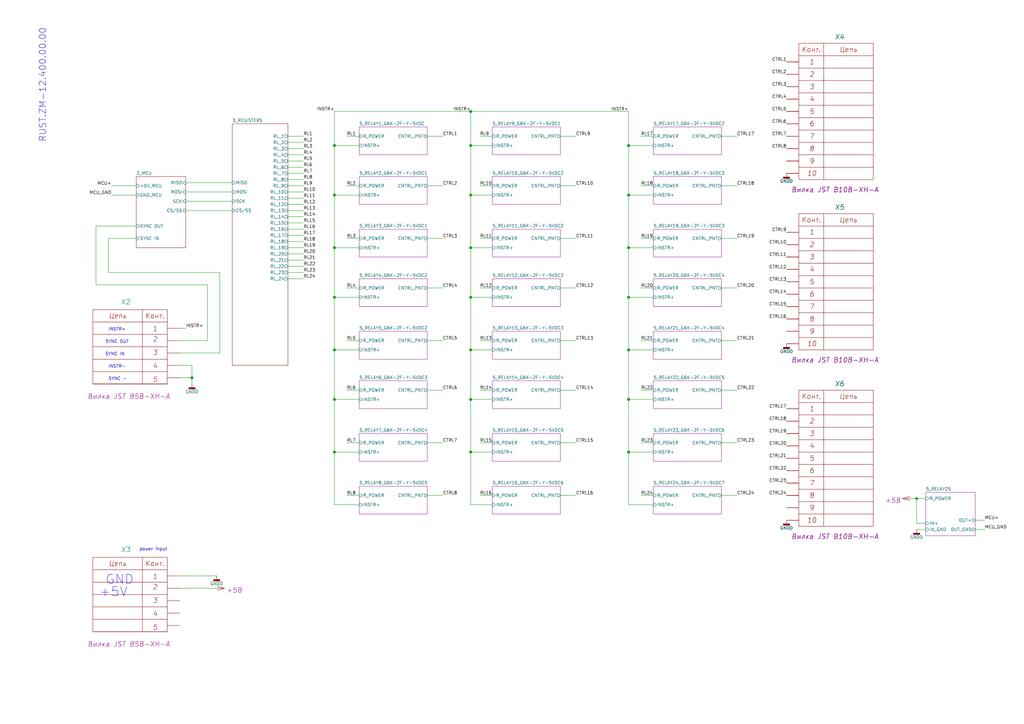
<source format=kicad_sch>
(kicad_sch (version 20210621) (generator eeschema)
  (paper "A3")
  (title_block (title "Seebeck measurement system (longitudinally") (rev "rev") (company "Rustec") (comment 1 "RUST.ZM-12.402.01.00") (comment 2 "mikhailov") (comment 3 "sitnicov") (comment 4 "4") (comment 5 "5") (comment 6 "6") (comment 7 "7") (comment 8 "8") (comment 9 "9"))
  (lib_symbols
    (symbol "[LTM][Power]:+5V" (power) (pin_numbers hide) (pin_names (offset 0) hide)
      (property "ValueName" "+5В" (at 0 5.08 0))
      (symbol "+5V_0_1"
        (polyline (pts (xy 0 3.175) (xy -0.8128 0.1778)))
        (polyline (pts (xy 0 3.175) (xy 0 0)))
        (polyline (pts (xy 0.8128 0.1778) (xy 0 3.175)))
      )
      (symbol "+5V_1_1"
        (pin power_in line (at 0 0 90) (length 0) hide (name "+5V") (number "1"))
      )
    )
    (symbol "my_Library:B10B-XH-A_right" (pin_numbers hide) (pin_names (offset 0) hide)
      (property "Reference" "X3" (at 19.6851 10.2517 0))
      (property "ValueName" "Вилка JST B10B-XH-A" (at 1.9051 -52.4053 0))
      (symbol "B10B-XH-A_right_0_0"
        (rectangle (start 5.08 7.62) (end 35.56 -48.26))
        (polyline (pts (xy 15.24 7.62) (xy 15.24 -48.26)))
        (polyline (pts (xy 35.56 -43.18) (xy 5.08 -43.18)))
        (polyline (pts (xy 35.56 -38.1) (xy 5.08 -38.1)))
        (polyline (pts (xy 35.56 -33.02) (xy 5.08 -33.02)))
        (polyline (pts (xy 35.56 -27.94) (xy 5.08 -27.94)))
        (polyline (pts (xy 35.56 -22.86) (xy 5.08 -22.86)))
        (polyline (pts (xy 35.56 -17.78) (xy 5.08 -17.78)))
        (polyline (pts (xy 35.56 -12.7) (xy 5.08 -12.7)))
        (polyline (pts (xy 35.56 -7.62) (xy 5.08 -7.62)))
        (polyline (pts (xy 35.56 -2.54) (xy 5.08 -2.54)))
        (polyline (pts (xy 35.56 2.54) (xy 5.08 2.54)))
      )
      (symbol "B10B-XH-A_right_1_1"
        (text "1" (at 10.414 0 0) (effects (font (size 2.0066 2.0066) italic)))
        (text "10" (at 10.414 -45.72 0) (effects (font (size 2.0066 2.0066) italic)))
        (text "2" (at 10.414 -5.08 0) (effects (font (size 2.0066 2.0066) italic)))
        (text "3" (at 10.414 -10.16 0) (effects (font (size 2.0066 2.0066) italic)))
        (text "4" (at 10.414 -15.24 0) (effects (font (size 2.0066 2.0066) italic)))
        (text "5" (at 10.414 -20.32 0) (effects (font (size 2.0066 2.0066) italic)))
        (text "6" (at 10.414 -25.4 0) (effects (font (size 2.0066 2.0066) italic)))
        (text "7" (at 10.414 -30.48 0) (effects (font (size 2.0066 2.0066) italic)))
        (text "8" (at 10.414 -35.56 0) (effects (font (size 2.0066 2.0066) italic)))
        (text "9" (at 10.414 -40.64 0) (effects (font (size 2.0066 2.0066) italic)))
        (text "Конт." (at 10.16 5.08 0) (effects (font (size 2.0066 2.0066) italic)))
        (text "Цепь" (at 25.4 5.08 0) (effects (font (size 2.0066 2.0066) italic)))
        (pin passive line (at 0 0 0) (length 5.08) (name "1") (number "1"))
        (pin passive line (at 0 -45.72 0) (length 5.08) (name "10") (number "10"))
        (pin passive line (at 0 -5.08 0) (length 5.08) (name "2") (number "2"))
        (pin passive line (at 0 -10.16 0) (length 5.08) (name "3") (number "3"))
        (pin passive line (at 0 -15.24 0) (length 5.08) (name "4") (number "4"))
        (pin passive line (at 0 -20.32 0) (length 5.08) (name "5") (number "5"))
        (pin passive line (at 0 -25.4 0) (length 5.08) (name "6") (number "6"))
        (pin passive line (at 0 -30.48 0) (length 5.08) (name "7") (number "7"))
        (pin passive line (at 0 -35.56 0) (length 5.08) (name "8") (number "8"))
        (pin passive line (at 0 -40.64 0) (length 5.08) (name "9") (number "9"))
      )
    )
    (symbol "my_Library:B5B-XH-A_Left" (pin_numbers hide) (pin_names (offset 0) hide)
      (property "Reference" "X" (at -22.225 10.795 0))
      (property "ValueName" "Вилка JST B5B-XH-A" (at -20.955 -27.94 0))
      (property "PIN1" "1" (at -10.16 -0.227 0))
      (property "PIN2" "2" (at -10.16 -4.464 0))
      (property "PIN3" "3" (at -10.16 -9.971 0))
      (property "PIN4" "4" (at -10.16 -15.478 0))
      (property "PIN5" "5" (at -10.16 -20.985 0))
      (symbol "B5B-XH-A_Left_0_0"
        (rectangle (start -5.08 7.62) (end -35.56 -22.86))
        (polyline (pts (xy -35.56 -22.86) (xy -5.08 -22.86)))
        (polyline (pts (xy -35.56 -17.78) (xy -5.08 -17.78)))
        (polyline (pts (xy -35.56 -12.7) (xy -5.08 -12.7)))
        (polyline (pts (xy -35.56 -7.62) (xy -5.08 -7.62)))
        (polyline (pts (xy -35.56 -2.54) (xy -5.08 -2.54)))
        (polyline (pts (xy -35.56 2.54) (xy -5.08 2.54)))
        (polyline (pts (xy -15.24 7.62) (xy -15.24 -22.86)))
      )
      (symbol "B5B-XH-A_Left_1_1"
        (text "Конт." (at -10.16 5.08 0) (effects (font (size 2.0066 2.0066) italic)))
        (text "Цепь" (at -25.4 5.08 0) (effects (font (size 2.0066 2.0066) italic)))
        (pin passive line (at 0 0 180) (length 5.08) (name "1") (number "1"))
        (pin passive line (at 0 -5.08 180) (length 5.08) (name "2") (number "2"))
        (pin passive line (at 0 -10.16 180) (length 5.08) (name "3") (number "3"))
        (pin passive line (at 0 -15.24 180) (length 5.08) (name "4") (number "4"))
        (pin passive line (at 0 -20.32 180) (length 5.08) (name "5") (number "5"))
      )
    )
    (symbol "my_Library:board_symbol_190x310"
      (property "Reference" "PCB" (at 12.7 -1.905 0))
      (property "Value" "board_symbol_190x310" (at 13.335 -8.255 0))
      (symbol "board_symbol_190x310_0_1"
        (rectangle (start 0 0) (end 25.4 -10.16) (stroke (width 0.1524)))
      )
    )
    (symbol "my_Library:bread_16pins"
      (property "Reference" "BB" (at 10.16 3.81 0))
      (property "Value" "bread_16pins" (at 11.43 -40.64 0))
      (symbol "bread_16pins_1_0"
        (pin tri_state line (at 0 0 0) (length 2.54) (name "") (number "1"))
        (pin input line (at 20.32 -30.48 180) (length 2.54) (name "") (number "10"))
        (pin input line (at 20.32 -25.4 180) (length 2.54) (name "") (number "11"))
        (pin input line (at 20.32 -20.32 180) (length 2.54) (name "") (number "12"))
        (pin input line (at 20.32 -15.24 180) (length 2.54) (name "") (number "13"))
        (pin input line (at 20.32 -10.16 180) (length 2.54) (name "") (number "14"))
        (pin tri_state line (at 20.32 -5.08 180) (length 2.54) (name "") (number "15"))
        (pin power_in line (at 20.32 0 180) (length 2.54) (name "") (number "16"))
        (pin tri_state line (at 0 -5.08 0) (length 2.54) (name "") (number "2"))
        (pin tri_state line (at 0 -10.16 0) (length 2.54) (name "") (number "3"))
        (pin tri_state line (at 0 -15.24 0) (length 2.54) (name "") (number "4"))
        (pin tri_state line (at 0 -20.32 0) (length 2.54) (name "") (number "5"))
        (pin tri_state line (at 0 -25.4 0) (length 2.54) (name "") (number "6"))
        (pin tri_state line (at 0 -30.48 0) (length 2.54) (name "") (number "7"))
        (pin power_in line (at 0 -35.56 0) (length 2.54) (name "") (number "8"))
        (pin output line (at 20.32 -35.56 180) (length 2.54) (name "") (number "9"))
      )
      (symbol "bread_16pins_1_1"
        (rectangle (start 2.54 2.54) (end 17.78 -39.37) (stroke (width 0.254)) (fill (type background)))
      )
    )
    (symbol "power:GNDD" (power) (pin_names (offset 0))
      (property "Value" "GNDD" (at 0 -3.175 0))
      (symbol "GNDD_0_1"
        (rectangle (start -1.27 -1.524) (end 1.27 -2.032) (stroke (width 0.254)) (fill (type outline)))
        (polyline (pts (xy 0 0) (xy 0 -1.524)))
      )
      (symbol "GNDD_1_1"
        (pin power_in line (at 0 0 270) (length 0) hide (name "GNDD") (number "1"))
      )
    )
  )
  (junction (at 78.74 154.94) (diameter 1.016))
  (junction (at 137.16 59.69) (diameter 1.016))
  (junction (at 137.16 80.01) (diameter 1.016))
  (junction (at 137.16 101.6) (diameter 1.016))
  (junction (at 137.16 121.92) (diameter 1.016))
  (junction (at 137.16 143.51) (diameter 1.016))
  (junction (at 137.16 163.83) (diameter 1.016))
  (junction (at 137.16 185.42) (diameter 1.016))
  (junction (at 193.04 45.72) (diameter 1.016))
  (junction (at 193.04 59.69) (diameter 1.016))
  (junction (at 193.04 80.01) (diameter 1.016))
  (junction (at 193.04 101.6) (diameter 1.016))
  (junction (at 193.04 121.92) (diameter 1.016))
  (junction (at 193.04 143.51) (diameter 1.016))
  (junction (at 193.04 163.83) (diameter 1.016))
  (junction (at 193.04 185.42) (diameter 1.016))
  (junction (at 257.81 59.69) (diameter 1.016))
  (junction (at 257.81 80.01) (diameter 1.016))
  (junction (at 257.81 101.6) (diameter 1.016))
  (junction (at 257.81 121.92) (diameter 1.016))
  (junction (at 257.81 143.51) (diameter 1.016))
  (junction (at 257.81 163.83) (diameter 1.016))
  (junction (at 257.81 185.42) (diameter 1.016))
  (junction (at 375.92 204.47))
  (wire (pts (xy 39.37 92.71) (xy 55.88 92.71)))
  (wire (pts (xy 39.37 116.84) (xy 39.37 92.71)))
  (wire (pts (xy 44.45 97.79) (xy 44.45 111.76)))
  (wire (pts (xy 44.45 111.76) (xy 90.17 111.76)))
  (wire (pts (xy 45.72 76.2) (xy 55.88 76.2)))
  (wire (pts (xy 45.72 80.01) (xy 55.88 80.01)))
  (wire (pts (xy 55.88 97.79) (xy 44.45 97.79)))
  (wire (pts (xy 73.66 134.62) (xy 76.2 134.62)))
  (wire (pts (xy 73.66 139.7) (xy 85.09 139.7)))
  (wire (pts (xy 73.66 149.86) (xy 78.74 149.86)))
  (wire (pts (xy 73.66 154.94) (xy 78.74 154.94)))
  (wire (pts (xy 73.66 236.22) (xy 88.9 236.22)))
  (wire (pts (xy 73.66 241.3) (xy 88.9 241.3)))
  (wire (pts (xy 76.2 74.93) (xy 95.25 74.93)))
  (wire (pts (xy 76.2 78.74) (xy 95.25 78.74)))
  (wire (pts (xy 76.2 82.55) (xy 95.25 82.55)))
  (wire (pts (xy 76.2 86.36) (xy 95.25 86.36)))
  (wire (pts (xy 78.74 154.94) (xy 78.74 149.86)))
  (wire (pts (xy 78.74 157.48) (xy 78.74 154.94)))
  (wire (pts (xy 85.09 116.84) (xy 39.37 116.84)))
  (wire (pts (xy 85.09 139.7) (xy 85.09 116.84)))
  (wire (pts (xy 90.17 111.76) (xy 90.17 144.78)))
  (wire (pts (xy 90.17 144.78) (xy 73.66 144.78)))
  (wire (pts (xy 118.11 55.88) (xy 124.46 55.88)))
  (wire (pts (xy 118.11 58.42) (xy 124.46 58.42)))
  (wire (pts (xy 118.11 60.96) (xy 124.46 60.96)))
  (wire (pts (xy 118.11 63.5) (xy 124.46 63.5)))
  (wire (pts (xy 118.11 66.04) (xy 124.46 66.04)))
  (wire (pts (xy 118.11 68.58) (xy 124.46 68.58)))
  (wire (pts (xy 118.11 71.12) (xy 124.46 71.12)))
  (wire (pts (xy 118.11 73.66) (xy 124.46 73.66)))
  (wire (pts (xy 118.11 76.2) (xy 124.46 76.2)))
  (wire (pts (xy 118.11 78.74) (xy 124.46 78.74)))
  (wire (pts (xy 118.11 81.28) (xy 124.46 81.28)))
  (wire (pts (xy 118.11 83.82) (xy 124.46 83.82)))
  (wire (pts (xy 118.11 86.36) (xy 124.46 86.36)))
  (wire (pts (xy 118.11 88.9) (xy 124.46 88.9)))
  (wire (pts (xy 118.11 91.44) (xy 124.46 91.44)))
  (wire (pts (xy 118.11 93.98) (xy 124.46 93.98)))
  (wire (pts (xy 118.11 96.52) (xy 124.46 96.52)))
  (wire (pts (xy 118.11 99.06) (xy 124.46 99.06)))
  (wire (pts (xy 118.11 101.6) (xy 124.46 101.6)))
  (wire (pts (xy 118.11 104.14) (xy 124.46 104.14)))
  (wire (pts (xy 118.11 106.68) (xy 124.46 106.68)))
  (wire (pts (xy 118.11 109.22) (xy 124.46 109.22)))
  (wire (pts (xy 118.11 111.76) (xy 124.46 111.76)))
  (wire (pts (xy 118.11 114.3) (xy 124.46 114.3)))
  (wire (pts (xy 137.16 45.72) (xy 137.16 59.69)))
  (wire (pts (xy 137.16 45.72) (xy 193.04 45.72)))
  (wire (pts (xy 137.16 59.69) (xy 137.16 80.01)))
  (wire (pts (xy 137.16 59.69) (xy 147.32 59.69)))
  (wire (pts (xy 137.16 80.01) (xy 137.16 101.6)))
  (wire (pts (xy 137.16 80.01) (xy 147.32 80.01)))
  (wire (pts (xy 137.16 101.6) (xy 137.16 121.92)))
  (wire (pts (xy 137.16 101.6) (xy 147.32 101.6)))
  (wire (pts (xy 137.16 121.92) (xy 137.16 143.51)))
  (wire (pts (xy 137.16 121.92) (xy 147.32 121.92)))
  (wire (pts (xy 137.16 143.51) (xy 137.16 163.83)))
  (wire (pts (xy 137.16 143.51) (xy 147.32 143.51)))
  (wire (pts (xy 137.16 163.83) (xy 137.16 185.42)))
  (wire (pts (xy 137.16 163.83) (xy 147.32 163.83)))
  (wire (pts (xy 137.16 185.42) (xy 137.16 207.01)))
  (wire (pts (xy 137.16 185.42) (xy 147.32 185.42)))
  (wire (pts (xy 137.16 207.01) (xy 147.32 207.01)))
  (wire (pts (xy 142.24 55.88) (xy 147.32 55.88)))
  (wire (pts (xy 142.24 76.2) (xy 147.32 76.2)))
  (wire (pts (xy 142.24 97.79) (xy 147.32 97.79)))
  (wire (pts (xy 142.24 118.11) (xy 147.32 118.11)))
  (wire (pts (xy 142.24 139.7) (xy 147.32 139.7)))
  (wire (pts (xy 142.24 160.02) (xy 147.32 160.02)))
  (wire (pts (xy 142.24 181.61) (xy 147.32 181.61)))
  (wire (pts (xy 142.24 203.2) (xy 147.32 203.2)))
  (wire (pts (xy 175.26 55.88) (xy 181.61 55.88)))
  (wire (pts (xy 175.26 76.2) (xy 181.61 76.2)))
  (wire (pts (xy 175.26 97.79) (xy 181.61 97.79)))
  (wire (pts (xy 175.26 118.11) (xy 181.61 118.11)))
  (wire (pts (xy 175.26 139.7) (xy 181.61 139.7)))
  (wire (pts (xy 175.26 160.02) (xy 181.61 160.02)))
  (wire (pts (xy 175.26 181.61) (xy 181.61 181.61)))
  (wire (pts (xy 175.26 203.2) (xy 181.61 203.2)))
  (wire (pts (xy 193.04 45.72) (xy 193.04 59.69)))
  (wire (pts (xy 193.04 45.72) (xy 257.81 45.72)))
  (wire (pts (xy 193.04 59.69) (xy 193.04 80.01)))
  (wire (pts (xy 193.04 59.69) (xy 201.93 59.69)))
  (wire (pts (xy 193.04 80.01) (xy 193.04 101.6)))
  (wire (pts (xy 193.04 80.01) (xy 201.93 80.01)))
  (wire (pts (xy 193.04 101.6) (xy 193.04 121.92)))
  (wire (pts (xy 193.04 101.6) (xy 201.93 101.6)))
  (wire (pts (xy 193.04 121.92) (xy 193.04 143.51)))
  (wire (pts (xy 193.04 121.92) (xy 201.93 121.92)))
  (wire (pts (xy 193.04 143.51) (xy 193.04 163.83)))
  (wire (pts (xy 193.04 163.83) (xy 193.04 185.42)))
  (wire (pts (xy 193.04 163.83) (xy 201.93 163.83)))
  (wire (pts (xy 193.04 185.42) (xy 193.04 207.01)))
  (wire (pts (xy 193.04 185.42) (xy 201.93 185.42)))
  (wire (pts (xy 193.04 207.01) (xy 201.93 207.01)))
  (wire (pts (xy 196.85 55.88) (xy 201.93 55.88)))
  (wire (pts (xy 196.85 76.2) (xy 201.93 76.2)))
  (wire (pts (xy 196.85 97.79) (xy 201.93 97.79)))
  (wire (pts (xy 196.85 118.11) (xy 201.93 118.11)))
  (wire (pts (xy 196.85 139.7) (xy 201.93 139.7)))
  (wire (pts (xy 196.85 160.02) (xy 201.93 160.02)))
  (wire (pts (xy 196.85 181.61) (xy 201.93 181.61)))
  (wire (pts (xy 196.85 203.2) (xy 201.93 203.2)))
  (wire (pts (xy 201.93 143.51) (xy 193.04 143.51)))
  (wire (pts (xy 229.87 55.88) (xy 236.22 55.88)))
  (wire (pts (xy 229.87 76.2) (xy 236.22 76.2)))
  (wire (pts (xy 229.87 97.79) (xy 236.22 97.79)))
  (wire (pts (xy 229.87 118.11) (xy 236.22 118.11)))
  (wire (pts (xy 229.87 139.7) (xy 236.22 139.7)))
  (wire (pts (xy 229.87 160.02) (xy 236.22 160.02)))
  (wire (pts (xy 229.87 181.61) (xy 236.22 181.61)))
  (wire (pts (xy 229.87 203.2) (xy 236.22 203.2)))
  (wire (pts (xy 257.81 45.72) (xy 257.81 59.69)))
  (wire (pts (xy 257.81 59.69) (xy 257.81 80.01)))
  (wire (pts (xy 257.81 59.69) (xy 267.97 59.69)))
  (wire (pts (xy 257.81 80.01) (xy 257.81 101.6)))
  (wire (pts (xy 257.81 80.01) (xy 267.97 80.01)))
  (wire (pts (xy 257.81 101.6) (xy 257.81 121.92)))
  (wire (pts (xy 257.81 101.6) (xy 267.97 101.6)))
  (wire (pts (xy 257.81 121.92) (xy 257.81 143.51)))
  (wire (pts (xy 257.81 121.92) (xy 267.97 121.92)))
  (wire (pts (xy 257.81 143.51) (xy 257.81 163.83)))
  (wire (pts (xy 257.81 143.51) (xy 267.97 143.51)))
  (wire (pts (xy 257.81 163.83) (xy 257.81 185.42)))
  (wire (pts (xy 257.81 163.83) (xy 267.97 163.83)))
  (wire (pts (xy 257.81 185.42) (xy 257.81 207.01)))
  (wire (pts (xy 257.81 185.42) (xy 267.97 185.42)))
  (wire (pts (xy 257.81 207.01) (xy 267.97 207.01)))
  (wire (pts (xy 262.89 55.88) (xy 267.97 55.88)))
  (wire (pts (xy 262.89 76.2) (xy 267.97 76.2)))
  (wire (pts (xy 262.89 97.79) (xy 267.97 97.79)))
  (wire (pts (xy 262.89 118.11) (xy 267.97 118.11)))
  (wire (pts (xy 262.89 139.7) (xy 267.97 139.7)))
  (wire (pts (xy 262.89 160.02) (xy 267.97 160.02)))
  (wire (pts (xy 262.89 181.61) (xy 267.97 181.61)))
  (wire (pts (xy 262.89 203.2) (xy 267.97 203.2)))
  (wire (pts (xy 295.91 55.88) (xy 302.26 55.88)))
  (wire (pts (xy 295.91 76.2) (xy 302.26 76.2)))
  (wire (pts (xy 295.91 97.79) (xy 302.26 97.79)))
  (wire (pts (xy 295.91 118.11) (xy 302.26 118.11)))
  (wire (pts (xy 295.91 139.7) (xy 302.26 139.7)))
  (wire (pts (xy 295.91 160.02) (xy 302.26 160.02)))
  (wire (pts (xy 295.91 181.61) (xy 302.26 181.61)))
  (wire (pts (xy 295.91 203.2) (xy 302.26 203.2)))
  (wire (pts (xy 373.38 204.47) (xy 375.92 204.47)))
  (wire (pts (xy 375.92 204.47) (xy 379.73 204.47)))
  (wire (pts (xy 375.92 214.63) (xy 375.92 204.47)))
  (wire (pts (xy 375.92 217.17) (xy 379.73 217.17)))
  (wire (pts (xy 379.73 214.63) (xy 375.92 214.63)))
  (wire (pts (xy 400.05 213.36) (xy 403.86 213.36)))
  (wire (pts (xy 400.05 217.17) (xy 403.86 217.17)))
  (text "MH4_" (at -54.61 63.5 180) (effects (font (size 1.27 1.27)) (justify right bottom)))
  (text "RUST.ZM-12.400.00.00" (at 19.05 58.42 90) (effects (font (size 2.667 2.667)) (justify left bottom)))
  (text "+5V" (at 40.64 245.11 0) (effects (font (size 3.81 3.81)) (justify left bottom)))
  (text "SYNC OUT" (at 43.18 140.97 0) (effects (font (size 1.27 1.27)) (justify left bottom)))
  (text "SYNC IN" (at 43.18 146.05 0) (effects (font (size 1.27 1.27)) (justify left bottom)))
  (text "GND" (at 43.18 240.03 0) (effects (font (size 3.81 3.81)) (justify left bottom)))
  (text "INSTR+" (at 44.45 135.89 0) (effects (font (size 1.27 1.27)) (justify left bottom)))
  (text "INSTR-" (at 44.45 151.13 0) (effects (font (size 1.27 1.27)) (justify left bottom)))
  (text "SYNC -" (at 44.45 156.21 0) (effects (font (size 1.27 1.27)) (justify left bottom)))
  (text "power input" (at 57.15 226.06 0) (effects (font (size 1.27 1.27)) (justify left bottom)))
  (label "MCU+" (at 45.72 76.2 180))
  (label "MCU_GND" (at 45.72 80.01 180))
  (label "INSTR+" (at 76.2 134.62 0))
  (label "RL1" (at 124.46 55.88 0))
  (label "RL2" (at 124.46 58.42 0))
  (label "RL3" (at 124.46 60.96 0))
  (label "RL4" (at 124.46 63.5 0))
  (label "RL5" (at 124.46 66.04 0))
  (label "RL6" (at 124.46 68.58 0))
  (label "RL7" (at 124.46 71.12 0))
  (label "RL8" (at 124.46 73.66 0))
  (label "RL9" (at 124.46 76.2 0))
  (label "RL10" (at 124.46 78.74 0))
  (label "RL11" (at 124.46 81.28 0))
  (label "RL12" (at 124.46 83.82 0))
  (label "RL13" (at 124.46 86.36 0))
  (label "RL14" (at 124.46 88.9 0))
  (label "RL15" (at 124.46 91.44 0))
  (label "RL16" (at 124.46 93.98 0))
  (label "RL17" (at 124.46 96.52 0))
  (label "RL18" (at 124.46 99.06 0))
  (label "RL19" (at 124.46 101.6 0))
  (label "RL20" (at 124.46 104.14 0))
  (label "RL21" (at 124.46 106.68 0))
  (label "RL22" (at 124.46 109.22 0))
  (label "RL23" (at 124.46 111.76 0))
  (label "RL24" (at 124.46 114.3 0))
  (label "INSTR+" (at 137.16 45.72 180))
  (label "RL1" (at 142.24 55.88 0))
  (label "RL2" (at 142.24 76.2 0))
  (label "RL3" (at 142.24 97.79 0))
  (label "RL4" (at 142.24 118.11 0))
  (label "RL5" (at 142.24 139.7 0))
  (label "RL6" (at 142.24 160.02 0))
  (label "RL7" (at 142.24 181.61 0))
  (label "RL8" (at 142.24 203.2 0))
  (label "CTRL1" (at 181.61 55.88 0))
  (label "CTRL2" (at 181.61 76.2 0))
  (label "CTRL3" (at 181.61 97.79 0))
  (label "CTRL4" (at 181.61 118.11 0))
  (label "CTRL5" (at 181.61 139.7 0))
  (label "CTRL6" (at 181.61 160.02 0))
  (label "CTRL7" (at 181.61 181.61 0))
  (label "CTRL8" (at 181.61 203.2 0))
  (label "INSTR+" (at 193.04 45.72 180))
  (label "RL9" (at 196.85 55.88 0))
  (label "RL10" (at 196.85 76.2 0))
  (label "RL11" (at 196.85 97.79 0))
  (label "RL12" (at 196.85 118.11 0))
  (label "RL13" (at 196.85 139.7 0))
  (label "RL14" (at 196.85 160.02 0))
  (label "RL15" (at 196.85 181.61 0))
  (label "RL16" (at 196.85 203.2 0))
  (label "CTRL9" (at 236.22 55.88 0))
  (label "CTRL10" (at 236.22 76.2 0))
  (label "CTRL11" (at 236.22 97.79 0))
  (label "CTRL12" (at 236.22 118.11 0))
  (label "CTRL13" (at 236.22 139.7 0))
  (label "CTRL14" (at 236.22 160.02 0))
  (label "CTRL15" (at 236.22 181.61 0))
  (label "CTRL16" (at 236.22 203.2 0))
  (label "INSTR+" (at 257.81 45.72 180))
  (label "RL17" (at 262.89 55.88 0))
  (label "RL18" (at 262.89 76.2 0))
  (label "RL19" (at 262.89 97.79 0))
  (label "RL20" (at 262.89 118.11 0))
  (label "RL21" (at 262.89 139.7 0))
  (label "RL22" (at 262.89 160.02 0))
  (label "RL23" (at 262.89 181.61 0))
  (label "RL24" (at 262.89 203.2 0))
  (label "CTRL17" (at 302.26 55.88 0))
  (label "CTRL18" (at 302.26 76.2 0))
  (label "CTRL19" (at 302.26 97.79 0))
  (label "CTRL20" (at 302.26 118.11 0))
  (label "CTRL21" (at 302.26 139.7 0))
  (label "CTRL22" (at 302.26 160.02 0))
  (label "CTRL23" (at 302.26 181.61 0))
  (label "CTRL24" (at 302.26 203.2 0))
  (label "CTRL1" (at 322.58 25.4 180))
  (label "CTRL2" (at 322.58 30.48 180))
  (label "CTRL3" (at 322.58 35.56 180))
  (label "CTRL4" (at 322.58 40.64 180))
  (label "CTRL5" (at 322.58 45.72 180))
  (label "CTRL6" (at 322.58 50.8 180))
  (label "CTRL7" (at 322.58 55.88 180))
  (label "CTRL8" (at 322.58 60.96 180))
  (label "CTRL9" (at 322.58 95.25 180))
  (label "CTRL10" (at 322.58 100.33 180))
  (label "CTRL11" (at 322.58 105.41 180))
  (label "CTRL12" (at 322.58 110.49 180))
  (label "CTRL13" (at 322.58 115.57 180))
  (label "CTRL14" (at 322.58 120.65 180))
  (label "CTRL15" (at 322.58 125.73 180))
  (label "CTRL16" (at 322.58 130.81 180))
  (label "CTRL17" (at 322.58 167.64 180))
  (label "CTRL18" (at 322.58 172.72 180))
  (label "CTRL19" (at 322.58 177.8 180))
  (label "CTRL20" (at 322.58 182.88 180))
  (label "CTRL21" (at 322.58 187.96 180))
  (label "CTRL22" (at 322.58 193.04 180))
  (label "CTRL23" (at 322.58 198.12 180))
  (label "CTRL24" (at 322.58 203.2 180))
  (label "MCU+" (at 403.86 213.36 0))
  (label "MCU_GND" (at 403.86 217.17 0))
  (symbol (lib_id "[LTM][Power]:+5V") (at 88.9 241.3 270) (unit 1)
    (property "Reference" "#PWR016" (effects hide))
    (property "Value" "+5V" (effects hide))
    (property "ValueName" "+5В" (at 92.7101 242.0568 90) (effects (font (size 2.0066 2.0066) italic) (justify left)))
  )
  (symbol (lib_id "[LTM][Power]:+5V") (at 373.38 204.47 90) (unit 1)
    (property "Reference" "#PWR021" (effects hide))
    (property "Value" "+5V" (effects hide))
    (property "ValueName" "+5В" (at 369.5699 205.2268 90) (effects (font (size 2.0066 2.0066) italic) (justify left)))
  )
  (symbol (lib_id "power:GNDD") (at 78.74 157.48 0) (unit 1)
    (property "Reference" "#PWR015" (effects hide))
    (property "Value" "GNDD" (at 78.74 160.655 0))
  )
  (symbol (lib_id "power:GNDD") (at 88.9 236.22 0) (unit 1)
    (property "Reference" "#PWR017" (effects hide))
    (property "Value" "GNDD" (at 88.9 239.395 0))
  )
  (symbol (lib_id "power:GNDD") (at 322.58 71.12 0) (unit 1)
    (property "Reference" "#PWR018" (effects hide))
    (property "Value" "GNDD" (at 322.58 74.295 0))
  )
  (symbol (lib_id "power:GNDD") (at 322.58 140.97 0) (unit 1)
    (property "Reference" "#PWR019" (effects hide))
    (property "Value" "GNDD" (at 322.58 144.145 0))
  )
  (symbol (lib_id "power:GNDD") (at 322.58 213.36 0) (unit 1)
    (property "Reference" "#PWR020" (effects hide))
    (property "Value" "GNDD" (at 322.58 216.535 0))
  )
  (symbol (lib_id "power:GNDD") (at 375.92 217.17 0) (unit 1)
    (property "Reference" "#PWR022" (effects hide))
    (property "Value" "GNDD" (at 375.92 220.345 0))
  )
  (symbol (lib_id "my_Library:board_symbol_190x310") (at -58.42 153.67 0) (unit 1)
    (property "Reference" "PCB1" (at -32.3087 157.8415 0) (effects (justify left)))
    (property "Value" "board_symbol_190x310" (at -32.3087 160.6166 0) (effects (justify left)))
    (property "Footprint" "my_Library_ftprint:board_fp_190x310" (effects hide))
  )
  (symbol (lib_id "my_Library:bread_16pins") (at -4955.54 -4319.27 0) (unit 1)
    (property "Reference" "BB?" (at -4945.38 -4323.08 0))
    (property "Value" "bread_16pins" (at -4944.11 -4278.63 0))
    (property "Footprint" "my_Library_ftprint:breadboard_DIP-16_W7.62mm_Socket_LongPads" (effects hide))
    (property "Datasheet" "http://www.ti.com/lit/ds/symlink/sn74hc595.pdf" (effects hide))
  )
  (symbol (lib_id "my_Library:bread_16pins") (at -67.31 175.26 0) (unit 1)
    (property "Reference" "BB?" (at -57.15 168.7534 0))
    (property "Value" "bread_16pins" (at -57.15 171.5285 0))
    (property "Footprint" "my_Library_ftprint:breadboard_DIP-16_W7.62mm_Socket_LongPads" (effects hide))
    (property "Datasheet" "http://www.ti.com/lit/ds/symlink/sn74hc595.pdf" (effects hide))
  )
  (symbol (lib_id "my_Library:bread_16pins") (at -67.31 241.3 0) (unit 1)
    (property "Reference" "BB?" (at -57.15 234.7934 0))
    (property "Value" "bread_16pins" (at -57.15 237.5685 0))
    (property "Footprint" "my_Library_ftprint:breadboard_DIP-16_W7.62mm_Socket_LongPads" (effects hide))
    (property "Datasheet" "http://www.ti.com/lit/ds/symlink/sn74hc595.pdf" (effects hide))
  )
  (symbol (lib_id "my_Library:bread_16pins") (at -67.31 302.26 0) (unit 1)
    (property "Reference" "BB?" (at -57.15 295.7534 0))
    (property "Value" "bread_16pins" (at -57.15 298.5285 0))
    (property "Footprint" "my_Library_ftprint:breadboard_DIP-16_W7.62mm_Socket_LongPads" (effects hide))
    (property "Datasheet" "http://www.ti.com/lit/ds/symlink/sn74hc595.pdf" (effects hide))
  )
  (symbol (lib_id "my_Library:bread_16pins") (at -66.04 50.8 0) (unit 1)
    (property "Reference" "BB?" (at -55.88 44.2934 0))
    (property "Value" "bread_16pins" (at -55.88 47.0685 0))
    (property "Footprint" "my_Library_ftprint:breadboard_DIP-16_W7.62mm_Socket_LongPads" (effects hide))
    (property "Datasheet" "http://www.ti.com/lit/ds/symlink/sn74hc595.pdf" (effects hide))
  )
  (symbol (lib_id "my_Library:bread_16pins") (at -66.04 102.87 0) (unit 1)
    (property "Reference" "BB?" (at -55.88 96.3634 0))
    (property "Value" "bread_16pins" (at -55.88 99.1385 0))
    (property "Footprint" "my_Library_ftprint:breadboard_DIP-16_W7.62mm_Socket_LongPads" (effects hide))
    (property "Datasheet" "http://www.ti.com/lit/ds/symlink/sn74hc595.pdf" (effects hide))
  )
  (symbol (lib_id "my_Library:bread_16pins") (at -64.77 1.27 0) (unit 1)
    (property "Reference" "BB?" (at -54.61 -5.2366 0))
    (property "Value" "bread_16pins" (at -54.61 -2.4615 0))
    (property "Footprint" "my_Library_ftprint:breadboard_DIP-16_W7.62mm_Socket_LongPads" (effects hide))
    (property "Datasheet" "http://www.ti.com/lit/ds/symlink/sn74hc595.pdf" (effects hide))
  )
  (symbol (lib_id "my_Library:B5B-XH-A_Left") (at 73.66 134.62 0) (unit 1)
    (property "Reference" "X2" (at 51.435 123.825 0) (effects (font (size 2.0066 2.0066) italic)))
    (property "Value" "B5B-XH-A_Left" (effects hide))
    (property "Footprint" "my_Library_ftprint:JST_EH_B5B-EH-A_1x05_P2.50mm_Vertical" (effects hide))
    (property "Datasheet" "C:/Program Files/KiCad/share/LTM_KiCAD_LIB/LTM_DataSheet/Каталог_АО_Электродеталь.pdf" (effects hide))
    (property "ValueName" "Вилка JST B5B-XH-A" (at 52.705 162.56 0) (effects (font (size 2.0066 2.0066) italic)))
    (property "ValueGroup" "Соединители" (effects hide))
    (property "ValueGOST" "Вилка JST B5B-XH-A" (effects hide))
    (property "ValueTU" "ПРЯМАЯ" (effects hide))
    (property "ValueManufacturer" "ф. АО «Электродеталь»" (effects hide))
    (property "ValueTemp_1" "РЮМК.430420.011ТУ" (effects hide))
    (property "ValueSupplier" "ф. АО «Электродеталь»" (effects hide))
    (property "ValueAnalog" "PLD-10" (effects hide))
    (property "ValueTemperature" "от минус 60 ⁰C до + 85 ⁰C" (effects hide))
    (property "ValueNote" "-" (effects hide))
    (property "ValueTemp_2" "-" (effects hide))
    (property "ValueTemp_3" "-" (effects hide))
    (property "ValueTemp_4" "-" (effects hide))
    (property "ValueTemp_5" "-" (effects hide))
    (property "PIN1" "1" (at 63.5 134.847 0) (effects (font (size 2.0066 2.0066) italic)))
    (property "PIN2" "2" (at 63.5 139.084 0) (effects (font (size 2.0066 2.0066) italic)))
    (property "PIN3" "3" (at 63.5 144.591 0) (effects (font (size 2.0066 2.0066) italic)))
    (property "PIN4" "4" (at 63.5 150.098 0) (effects (font (size 2.0066 2.0066) italic)))
    (property "PIN5" "5" (at 63.5 155.605 0) (effects (font (size 2.0066 2.0066) italic)))
  )
  (symbol (lib_id "my_Library:B5B-XH-A_Left") (at 73.66 236.22 0) (unit 1)
    (property "Reference" "X3" (at 51.435 225.425 0) (effects (font (size 2.0066 2.0066) italic)))
    (property "Value" "B5B-XH-A_Left" (effects hide))
    (property "Footprint" "my_Library_ftprint:JST_EH_B5B-EH-A_1x05_P2.50mm_Vertical" (effects hide))
    (property "Datasheet" "C:/Program Files/KiCad/share/LTM_KiCAD_LIB/LTM_DataSheet/Каталог_АО_Электродеталь.pdf" (effects hide))
    (property "ValueName" "Вилка JST B5B-XH-A" (at 52.705 264.16 0) (effects (font (size 2.0066 2.0066) italic)))
    (property "ValueGroup" "Соединители" (effects hide))
    (property "ValueGOST" "Вилка JST B5B-XH-A" (effects hide))
    (property "ValueTU" "ПРЯМАЯ" (effects hide))
    (property "ValueManufacturer" "ф. АО «Электродеталь»" (effects hide))
    (property "ValueTemp_1" "РЮМК.430420.011ТУ" (effects hide))
    (property "ValueSupplier" "ф. АО «Электродеталь»" (effects hide))
    (property "ValueAnalog" "PLD-10" (effects hide))
    (property "ValueTemperature" "от минус 60 ⁰C до + 85 ⁰C" (effects hide))
    (property "ValueNote" "-" (effects hide))
    (property "ValueTemp_2" "-" (effects hide))
    (property "ValueTemp_3" "-" (effects hide))
    (property "ValueTemp_4" "-" (effects hide))
    (property "ValueTemp_5" "-" (effects hide))
    (property "PIN1" "1" (at 63.5 236.447 0) (effects (font (size 2.0066 2.0066) italic)))
    (property "PIN2" "2" (at 63.5 240.684 0) (effects (font (size 2.0066 2.0066) italic)))
    (property "PIN3" "3" (at 63.5 246.191 0) (effects (font (size 2.0066 2.0066) italic)))
    (property "PIN4" "4" (at 63.5 251.698 0) (effects (font (size 2.0066 2.0066) italic)))
    (property "PIN5" "5" (at 63.5 257.205 0) (effects (font (size 2.0066 2.0066) italic)))
  )
  (symbol (lib_id "my_Library:B10B-XH-A_right") (at 322.58 25.4 0) (unit 1)
    (property "Reference" "X4" (at 342.2651 15.1483 0) (effects (font (size 2.0066 2.0066) italic) (justify left)))
    (property "Value" "B10B-XH-A_right" (effects hide))
    (property "Footprint" "my_Library_ftprint:JST_EH_B10B-EH-A_1x10_P2.50mm_Vertical" (effects hide))
    (property "Datasheet" "C:/Program Files/KiCad/share/LTM_KiCAD_LIB/LTM_DataSheet/Каталог_АО_Электродеталь.pdf" (effects hide))
    (property "ValueName" "Вилка JST B10B-XH-A" (at 324.4851 77.8053 0) (effects (font (size 2.0066 2.0066) italic) (justify left)))
    (property "ValueGroup" "Соединители" (effects hide))
    (property "ValueGOST" "Вилка JST B10B-XH-A" (effects hide))
    (property "ValueTU" "ПРЯМАЯ" (effects hide))
    (property "ValueManufacturer" "ф. АО «Электродеталь»" (effects hide))
    (property "ValueTemp_1" "РЮМК.430420.011ТУ" (effects hide))
    (property "ValueSupplier" "ф. АО «Электродеталь»" (effects hide))
    (property "ValueAnalog" "PLD-10" (effects hide))
    (property "ValueTemperature" "от минус 60 ⁰C до + 85 ⁰C" (effects hide))
    (property "ValueNote" "-" (effects hide))
    (property "ValueTemp_2" "-" (effects hide))
    (property "ValueTemp_3" "-" (effects hide))
    (property "ValueTemp_4" "-" (effects hide))
    (property "ValueTemp_5" "-" (effects hide))
    (property "PIN1" "1" (effects hide))
    (property "PIN2" "2" (effects hide))
    (property "PIN3" "3" (effects hide))
    (property "PIN4" "4" (effects hide))
    (property "PIN5" "5" (effects hide))
    (property "PIN6" "6" (effects hide))
    (property "PIN7" "7" (effects hide))
    (property "PIN8" "8" (effects hide))
    (property "PIN9" "9" (effects hide))
    (property "PIN10" "10" (effects hide))
  )
  (symbol (lib_id "my_Library:B10B-XH-A_right") (at 322.58 95.25 0) (unit 1)
    (property "Reference" "X5" (at 342.2651 84.9983 0) (effects (font (size 2.0066 2.0066) italic) (justify left)))
    (property "Value" "B10B-XH-A_right" (effects hide))
    (property "Footprint" "my_Library_ftprint:JST_EH_B10B-EH-A_1x10_P2.50mm_Vertical" (effects hide))
    (property "Datasheet" "C:/Program Files/KiCad/share/LTM_KiCAD_LIB/LTM_DataSheet/Каталог_АО_Электродеталь.pdf" (effects hide))
    (property "ValueName" "Вилка JST B10B-XH-A" (at 324.4851 147.6553 0) (effects (font (size 2.0066 2.0066) italic) (justify left)))
    (property "ValueGroup" "Соединители" (effects hide))
    (property "ValueGOST" "Вилка JST B10B-XH-A" (effects hide))
    (property "ValueTU" "ПРЯМАЯ" (effects hide))
    (property "ValueManufacturer" "ф. АО «Электродеталь»" (effects hide))
    (property "ValueTemp_1" "РЮМК.430420.011ТУ" (effects hide))
    (property "ValueSupplier" "ф. АО «Электродеталь»" (effects hide))
    (property "ValueAnalog" "PLD-10" (effects hide))
    (property "ValueTemperature" "от минус 60 ⁰C до + 85 ⁰C" (effects hide))
    (property "ValueNote" "-" (effects hide))
    (property "ValueTemp_2" "-" (effects hide))
    (property "ValueTemp_3" "-" (effects hide))
    (property "ValueTemp_4" "-" (effects hide))
    (property "ValueTemp_5" "-" (effects hide))
    (property "PIN1" "1" (effects hide))
    (property "PIN2" "2" (effects hide))
    (property "PIN3" "3" (effects hide))
    (property "PIN4" "4" (effects hide))
    (property "PIN5" "5" (effects hide))
    (property "PIN6" "6" (effects hide))
    (property "PIN7" "7" (effects hide))
    (property "PIN8" "8" (effects hide))
    (property "PIN9" "9" (effects hide))
    (property "PIN10" "10" (effects hide))
  )
  (symbol (lib_id "my_Library:B10B-XH-A_right") (at 322.58 167.64 0) (unit 1)
    (property "Reference" "X6" (at 342.2651 157.3883 0) (effects (font (size 2.0066 2.0066) italic) (justify left)))
    (property "Value" "B10B-XH-A_right" (effects hide))
    (property "Footprint" "my_Library_ftprint:JST_EH_B10B-EH-A_1x10_P2.50mm_Vertical" (effects hide))
    (property "Datasheet" "C:/Program Files/KiCad/share/LTM_KiCAD_LIB/LTM_DataSheet/Каталог_АО_Электродеталь.pdf" (effects hide))
    (property "ValueName" "Вилка JST B10B-XH-A" (at 324.4851 220.0453 0) (effects (font (size 2.0066 2.0066) italic) (justify left)))
    (property "ValueGroup" "Соединители" (effects hide))
    (property "ValueGOST" "Вилка JST B10B-XH-A" (effects hide))
    (property "ValueTU" "ПРЯМАЯ" (effects hide))
    (property "ValueManufacturer" "ф. АО «Электродеталь»" (effects hide))
    (property "ValueTemp_1" "РЮМК.430420.011ТУ" (effects hide))
    (property "ValueSupplier" "ф. АО «Электродеталь»" (effects hide))
    (property "ValueAnalog" "PLD-10" (effects hide))
    (property "ValueTemperature" "от минус 60 ⁰C до + 85 ⁰C" (effects hide))
    (property "ValueNote" "-" (effects hide))
    (property "ValueTemp_2" "-" (effects hide))
    (property "ValueTemp_3" "-" (effects hide))
    (property "ValueTemp_4" "-" (effects hide))
    (property "ValueTemp_5" "-" (effects hide))
    (property "PIN1" "1" (effects hide))
    (property "PIN2" "2" (effects hide))
    (property "PIN3" "3" (effects hide))
    (property "PIN4" "4" (effects hide))
    (property "PIN5" "5" (effects hide))
    (property "PIN6" "6" (effects hide))
    (property "PIN7" "7" (effects hide))
    (property "PIN8" "8" (effects hide))
    (property "PIN9" "9" (effects hide))
    (property "PIN10" "10" (effects hide))
  )
  (sheet (at 55.88 72.39) (size 20.32 29.21) (stroke (width 0.0006))
    (property "Sheet name" "2_MCU" (at 55.88 71.7543 0) (effects (justify left bottom)))
    (property "Sheet file" "p2.kicad_sch" (effects hide))
    (pin "MISO" input (at 76.2 74.93 0))
    (pin "MOSI" input (at 76.2 78.74 0))
    (pin "CS{slash}SS" input (at 76.2 86.36 0))
    (pin "SCK" input (at 76.2 82.55 0))
    (pin "+5V_MCU" input (at 55.88 76.2 180))
    (pin "GND_MCU" input (at 55.88 80.01 180))
    (pin "SYNC OUT" input (at 55.88 92.71 180))
    (pin "SYNC IN" input (at 55.88 97.79 180))
  )
  (sheet (at 95.25 50.8) (size 22.86 99.06) (stroke (width 0.0006))
    (property "Sheet name" "3_REGISTERS" (at 95.25 50.1643 0) (effects (justify left bottom)))
    (property "Sheet file" "p3.kicad_sch" (effects hide))
    (pin "MOSI" input (at 95.25 78.74 180))
    (pin "SCK" input (at 95.25 82.55 180))
    (pin "CS{slash}SS" input (at 95.25 86.36 180))
    (pin "MISO" input (at 95.25 74.93 180))
    (pin "RL_1" output (at 118.11 55.88 0))
    (pin "RL_3" output (at 118.11 60.96 0))
    (pin "RL_4" output (at 118.11 63.5 0))
    (pin "RL_5" output (at 118.11 66.04 0))
    (pin "RL_7" output (at 118.11 71.12 0))
    (pin "RL_9" output (at 118.11 76.2 0))
    (pin "RL_11" output (at 118.11 81.28 0))
    (pin "RL_10" output (at 118.11 78.74 0))
    (pin "RL_12" output (at 118.11 83.82 0))
    (pin "RL_14" output (at 118.11 88.9 0))
    (pin "RL_16" output (at 118.11 93.98 0))
    (pin "RL_2" output (at 118.11 58.42 0))
    (pin "RL_6" output (at 118.11 68.58 0))
    (pin "RL_8" output (at 118.11 73.66 0))
    (pin "RL_23" output (at 118.11 111.76 0))
    (pin "RL_17" output (at 118.11 96.52 0))
    (pin "RL_13" output (at 118.11 86.36 0))
    (pin "RL_15" output (at 118.11 91.44 0))
    (pin "RL_19" output (at 118.11 101.6 0))
    (pin "RL_21" output (at 118.11 106.68 0))
    (pin "RL_18" output (at 118.11 99.06 0))
    (pin "RL_20" output (at 118.11 104.14 0))
    (pin "RL_22" output (at 118.11 109.22 0))
    (pin "RL_24" output (at 118.11 114.3 0))
  )
  (sheet (at 201.93 72.39) (size 27.94 11.43) (stroke (width 0.0006) (color 132 0 132 1)) (fill (color 255 255 255 0.0000))
    (property "Sheet name" "5_RELAY10_G6K-2F-Y-5VDC2" (at 201.93 71.7543 0) (effects (justify left bottom)))
    (property "Sheet file" "p5.kicad_sch" (effects hide))
    (pin "INSTR+" input (at 201.93 80.01 180))
    (pin "R_POWER" input (at 201.93 76.2 180))
    (pin "CNTRL_PNT" output (at 229.87 76.2 0))
  )
  (sheet (at 201.93 93.98) (size 27.94 11.43) (stroke (width 0.0006) (color 132 0 132 1)) (fill (color 255 255 255 0.0000))
    (property "Sheet name" "5_RELAY11_G6K-2F-Y-5VDC2" (at 201.93 93.3443 0) (effects (justify left bottom)))
    (property "Sheet file" "p5.kicad_sch" (effects hide))
    (pin "INSTR+" input (at 201.93 101.6 180))
    (pin "R_POWER" input (at 201.93 97.79 180))
    (pin "CNTRL_PNT" output (at 229.87 97.79 0))
  )
  (sheet (at 201.93 114.3) (size 27.94 11.43) (stroke (width 0.0006) (color 132 0 132 1)) (fill (color 255 255 255 0.0000))
    (property "Sheet name" "5_RELAY12_G6K-2F-Y-5VDC3" (at 201.93 113.6643 0) (effects (justify left bottom)))
    (property "Sheet file" "p5.kicad_sch" (effects hide))
    (pin "INSTR+" input (at 201.93 121.92 180))
    (pin "R_POWER" input (at 201.93 118.11 180))
    (pin "CNTRL_PNT" output (at 229.87 118.11 0))
  )
  (sheet (at 201.93 135.89) (size 27.94 11.43) (stroke (width 0.0006) (color 132 0 132 1)) (fill (color 255 255 255 0.0000))
    (property "Sheet name" "5_RELAY13_G6K-2F-Y-5VDC3" (at 201.93 135.2543 0) (effects (justify left bottom)))
    (property "Sheet file" "p5.kicad_sch" (effects hide))
    (pin "INSTR+" input (at 201.93 143.51 180))
    (pin "R_POWER" input (at 201.93 139.7 180))
    (pin "CNTRL_PNT" output (at 229.87 139.7 0))
  )
  (sheet (at 201.93 156.21) (size 27.94 11.43) (stroke (width 0.0006) (color 132 0 132 1)) (fill (color 255 255 255 0.0000))
    (property "Sheet name" "5_RELAY14_G6K-2F-Y-5VDC4" (at 201.93 155.5743 0) (effects (justify left bottom)))
    (property "Sheet file" "p5.kicad_sch" (effects hide))
    (pin "INSTR+" input (at 201.93 163.83 180))
    (pin "R_POWER" input (at 201.93 160.02 180))
    (pin "CNTRL_PNT" output (at 229.87 160.02 0))
  )
  (sheet (at 201.93 177.8) (size 27.94 11.43) (stroke (width 0.0006) (color 132 0 132 1)) (fill (color 255 255 255 0.0000))
    (property "Sheet name" "5_RELAY15_G6K-2F-Y-5VDC5" (at 201.93 177.1643 0) (effects (justify left bottom)))
    (property "Sheet file" "p5.kicad_sch" (effects hide))
    (pin "INSTR+" input (at 201.93 185.42 180))
    (pin "R_POWER" input (at 201.93 181.61 180))
    (pin "CNTRL_PNT" output (at 229.87 181.61 0))
  )
  (sheet (at 201.93 199.39) (size 27.94 11.43) (stroke (width 0.0006) (color 132 0 132 1)) (fill (color 255 255 255 0.0000))
    (property "Sheet name" "5_RELAY16_G6K-2F-Y-5VDC6" (at 201.93 198.7543 0) (effects (justify left bottom)))
    (property "Sheet file" "p5.kicad_sch" (effects hide))
    (pin "INSTR+" input (at 201.93 207.01 180))
    (pin "R_POWER" input (at 201.93 203.2 180))
    (pin "CNTRL_PNT" output (at 229.87 203.2 0))
  )
  (sheet (at 267.97 52.07) (size 27.94 11.43) (stroke (width 0.0006) (color 132 0 132 1)) (fill (color 255 255 255 0.0000))
    (property "Sheet name" "5_RELAY17_G6K-2F-Y-5VDC2" (at 267.97 51.4343 0) (effects (justify left bottom)))
    (property "Sheet file" "p5.kicad_sch" (effects hide))
    (pin "INSTR+" input (at 267.97 59.69 180))
    (pin "R_POWER" input (at 267.97 55.88 180))
    (pin "CNTRL_PNT" output (at 295.91 55.88 0))
  )
  (sheet (at 267.97 72.39) (size 27.94 11.43) (stroke (width 0.0006) (color 132 0 132 1)) (fill (color 255 255 255 0.0000))
    (property "Sheet name" "5_RELAY18_G6K-2F-Y-5VDC3" (at 267.97 71.7543 0) (effects (justify left bottom)))
    (property "Sheet file" "p5.kicad_sch" (effects hide))
    (pin "INSTR+" input (at 267.97 80.01 180))
    (pin "R_POWER" input (at 267.97 76.2 180))
    (pin "CNTRL_PNT" output (at 295.91 76.2 0))
  )
  (sheet (at 267.97 93.98) (size 27.94 11.43) (stroke (width 0.0006) (color 132 0 132 1)) (fill (color 255 255 255 0.0000))
    (property "Sheet name" "5_RELAY19_G6K-2F-Y-5VDC3" (at 267.97 93.3443 0) (effects (justify left bottom)))
    (property "Sheet file" "p5.kicad_sch" (effects hide))
    (pin "INSTR+" input (at 267.97 101.6 180))
    (pin "R_POWER" input (at 267.97 97.79 180))
    (pin "CNTRL_PNT" output (at 295.91 97.79 0))
  )
  (sheet (at 147.32 52.07) (size 27.94 11.43) (stroke (width 0.0006) (color 132 0 132 1)) (fill (color 255 255 255 0.0000))
    (property "Sheet name" "5_RELAY1_G6K-2F-Y-5VDC" (at 147.32 51.4343 0) (effects (justify left bottom)))
    (property "Sheet file" "p5.kicad_sch" (effects hide))
    (pin "INSTR+" input (at 147.32 59.69 180))
    (pin "R_POWER" input (at 147.32 55.88 180))
    (pin "CNTRL_PNT" output (at 175.26 55.88 0))
  )
  (sheet (at 267.97 114.3) (size 27.94 11.43) (stroke (width 0.0006) (color 132 0 132 1)) (fill (color 255 255 255 0.0000))
    (property "Sheet name" "5_RELAY20_G6K-2F-Y-5VDC4" (at 267.97 113.6643 0) (effects (justify left bottom)))
    (property "Sheet file" "p5.kicad_sch" (effects hide))
    (pin "INSTR+" input (at 267.97 121.92 180))
    (pin "R_POWER" input (at 267.97 118.11 180))
    (pin "CNTRL_PNT" output (at 295.91 118.11 0))
  )
  (sheet (at 267.97 135.89) (size 27.94 11.43) (stroke (width 0.0006) (color 132 0 132 1)) (fill (color 255 255 255 0.0000))
    (property "Sheet name" "5_RELAY21_G6K-2F-Y-5VDC4" (at 267.97 135.2543 0) (effects (justify left bottom)))
    (property "Sheet file" "p5.kicad_sch" (effects hide))
    (pin "INSTR+" input (at 267.97 143.51 180))
    (pin "R_POWER" input (at 267.97 139.7 180))
    (pin "CNTRL_PNT" output (at 295.91 139.7 0))
  )
  (sheet (at 267.97 156.21) (size 27.94 11.43) (stroke (width 0.0006) (color 132 0 132 1)) (fill (color 255 255 255 0.0000))
    (property "Sheet name" "5_RELAY22_G6K-2F-Y-5VDC5" (at 267.97 155.5743 0) (effects (justify left bottom)))
    (property "Sheet file" "p5.kicad_sch" (effects hide))
    (pin "INSTR+" input (at 267.97 163.83 180))
    (pin "R_POWER" input (at 267.97 160.02 180))
    (pin "CNTRL_PNT" output (at 295.91 160.02 0))
  )
  (sheet (at 267.97 177.8) (size 27.94 11.43) (stroke (width 0.0006) (color 132 0 132 1)) (fill (color 255 255 255 0.0000))
    (property "Sheet name" "5_RELAY23_G6K-2F-Y-5VDC6" (at 267.97 177.1643 0) (effects (justify left bottom)))
    (property "Sheet file" "p5.kicad_sch" (effects hide))
    (pin "INSTR+" input (at 267.97 185.42 180))
    (pin "R_POWER" input (at 267.97 181.61 180))
    (pin "CNTRL_PNT" output (at 295.91 181.61 0))
  )
  (sheet (at 267.97 199.39) (size 27.94 11.43) (stroke (width 0.0006) (color 132 0 132 1)) (fill (color 255 255 255 0.0000))
    (property "Sheet name" "5_RELAY24_G6K-2F-Y-5VDC7" (at 267.97 198.7543 0) (effects (justify left bottom)))
    (property "Sheet file" "p5.kicad_sch" (effects hide))
    (pin "INSTR+" input (at 267.97 207.01 180))
    (pin "R_POWER" input (at 267.97 203.2 180))
    (pin "CNTRL_PNT" output (at 295.91 203.2 0))
  )
  (sheet (at 379.73 201.93) (size 20.32 17.78) (stroke (width 0.0006) (color 132 0 132 1)) (fill (color 255 255 255 0.0000))
    (property "Sheet name" "5_RELAY25" (at 379.73 201.2943 0) (effects (justify left bottom)))
    (property "Sheet file" "D:/V_meter_1/stend_e3/stend_main/p8.kicad_sch" (effects hide))
    (pin "R_POWER" input (at 379.73 204.47 180))
    (pin "IN+" input (at 379.73 214.63 180))
    (pin "IN_GND" input (at 379.73 217.17 180))
    (pin "OUT_GND" output (at 400.05 217.17 0))
    (pin "OUT+" output (at 400.05 213.36 0))
  )
  (sheet (at 147.32 72.39) (size 27.94 11.43) (stroke (width 0.0006) (color 132 0 132 1)) (fill (color 255 255 255 0.0000))
    (property "Sheet name" "5_RELAY2_G6K-2F-Y-5VDC1" (at 147.32 71.7543 0) (effects (justify left bottom)))
    (property "Sheet file" "p5.kicad_sch" (effects hide))
    (pin "INSTR+" input (at 147.32 80.01 180))
    (pin "R_POWER" input (at 147.32 76.2 180))
    (pin "CNTRL_PNT" output (at 175.26 76.2 0))
  )
  (sheet (at 147.32 93.98) (size 27.94 11.43) (stroke (width 0.0006) (color 132 0 132 1)) (fill (color 255 255 255 0.0000))
    (property "Sheet name" "5_RELAY3_G6K-2F-Y-5VDC1" (at 147.32 93.3443 0) (effects (justify left bottom)))
    (property "Sheet file" "p5.kicad_sch" (effects hide))
    (pin "INSTR+" input (at 147.32 101.6 180))
    (pin "R_POWER" input (at 147.32 97.79 180))
    (pin "CNTRL_PNT" output (at 175.26 97.79 0))
  )
  (sheet (at 147.32 114.3) (size 27.94 11.43) (stroke (width 0.0006) (color 132 0 132 1)) (fill (color 255 255 255 0.0000))
    (property "Sheet name" "5_RELAY4_G6K-2F-Y-5VDC2" (at 147.32 113.6643 0) (effects (justify left bottom)))
    (property "Sheet file" "p5.kicad_sch" (effects hide))
    (pin "INSTR+" input (at 147.32 121.92 180))
    (pin "R_POWER" input (at 147.32 118.11 180))
    (pin "CNTRL_PNT" output (at 175.26 118.11 0))
  )
  (sheet (at 147.32 135.89) (size 27.94 11.43) (stroke (width 0.0006) (color 132 0 132 1)) (fill (color 255 255 255 0.0000))
    (property "Sheet name" "5_RELAY5_G6K-2F-Y-5VDC2" (at 147.32 135.2543 0) (effects (justify left bottom)))
    (property "Sheet file" "p5.kicad_sch" (effects hide))
    (pin "INSTR+" input (at 147.32 143.51 180))
    (pin "R_POWER" input (at 147.32 139.7 180))
    (pin "CNTRL_PNT" output (at 175.26 139.7 0))
  )
  (sheet (at 147.32 156.21) (size 27.94 11.43) (stroke (width 0.0006) (color 132 0 132 1)) (fill (color 255 255 255 0.0000))
    (property "Sheet name" "5_RELAY6_G6K-2F-Y-5VDC3" (at 147.32 155.5743 0) (effects (justify left bottom)))
    (property "Sheet file" "p5.kicad_sch" (effects hide))
    (pin "INSTR+" input (at 147.32 163.83 180))
    (pin "R_POWER" input (at 147.32 160.02 180))
    (pin "CNTRL_PNT" output (at 175.26 160.02 0))
  )
  (sheet (at 147.32 177.8) (size 27.94 11.43) (stroke (width 0.0006) (color 132 0 132 1)) (fill (color 255 255 255 0.0000))
    (property "Sheet name" "5_RELAY7_G6K-2F-Y-5VDC4" (at 147.32 177.1643 0) (effects (justify left bottom)))
    (property "Sheet file" "p5.kicad_sch" (effects hide))
    (pin "INSTR+" input (at 147.32 185.42 180))
    (pin "R_POWER" input (at 147.32 181.61 180))
    (pin "CNTRL_PNT" output (at 175.26 181.61 0))
  )
  (sheet (at 147.32 199.39) (size 27.94 11.43) (stroke (width 0.0006) (color 132 0 132 1)) (fill (color 255 255 255 0.0000))
    (property "Sheet name" "5_RELAY8_G6K-2F-Y-5VDC5" (at 147.32 198.7543 0) (effects (justify left bottom)))
    (property "Sheet file" "p5.kicad_sch" (effects hide))
    (pin "INSTR+" input (at 147.32 207.01 180))
    (pin "R_POWER" input (at 147.32 203.2 180))
    (pin "CNTRL_PNT" output (at 175.26 203.2 0))
  )
  (sheet (at 201.93 52.07) (size 27.94 11.43) (stroke (width 0.0006) (color 132 0 132 1)) (fill (color 255 255 255 0.0000))
    (property "Sheet name" "5_RELAY9_G6K-2F-Y-5VDC1" (at 201.93 51.4343 0) (effects (justify left bottom)))
    (property "Sheet file" "p5.kicad_sch" (effects hide))
    (pin "INSTR+" input (at 201.93 59.69 180))
    (pin "R_POWER" input (at 201.93 55.88 180))
    (pin "CNTRL_PNT" output (at 229.87 55.88 0))
  )
)
</source>
